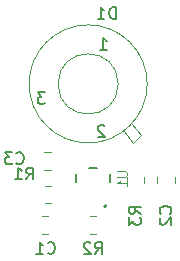
<source format=gbr>
%TF.GenerationSoftware,KiCad,Pcbnew,(5.1.8-0-10_14)*%
%TF.CreationDate,2021-03-11T09:36:11+11:00*%
%TF.ProjectId,Sensor,53656e73-6f72-42e6-9b69-6361645f7063,rev?*%
%TF.SameCoordinates,Original*%
%TF.FileFunction,Legend,Bot*%
%TF.FilePolarity,Positive*%
%FSLAX46Y46*%
G04 Gerber Fmt 4.6, Leading zero omitted, Abs format (unit mm)*
G04 Created by KiCad (PCBNEW (5.1.8-0-10_14)) date 2021-03-11 09:36:11*
%MOMM*%
%LPD*%
G01*
G04 APERTURE LIST*
%ADD10C,0.120000*%
%ADD11C,0.127000*%
%ADD12C,0.200000*%
%ADD13C,0.150000*%
%ADD14C,0.015000*%
G04 APERTURE END LIST*
D10*
%TO.C,D1*%
X215600000Y-83660000D02*
G75*
G03*
X215600000Y-83660000I-5000000J0D01*
G01*
X213150000Y-83660000D02*
G75*
G03*
X213150000Y-83660000I-2550000J0D01*
G01*
X213625000Y-87625000D02*
X214425000Y-88625000D01*
X214425000Y-88625000D02*
X215100000Y-88025000D01*
X215100000Y-88025000D02*
X214275000Y-87025000D01*
D11*
%TO.C,U1*%
X209550000Y-91270000D02*
X209550000Y-91930000D01*
X211335000Y-90800000D02*
X210665000Y-90800000D01*
X212450000Y-91930000D02*
X212450000Y-91270000D01*
D12*
X212150000Y-94010000D02*
G75*
G03*
X212150000Y-94010000I-100000J0D01*
G01*
D10*
%TO.C,R3*%
X213865000Y-92027064D02*
X213865000Y-91572936D01*
X215335000Y-92027064D02*
X215335000Y-91572936D01*
%TO.C,R2*%
X210772936Y-94865000D02*
X211227064Y-94865000D01*
X210772936Y-96335000D02*
X211227064Y-96335000D01*
%TO.C,R1*%
X207427064Y-93735000D02*
X206972936Y-93735000D01*
X207427064Y-92265000D02*
X206972936Y-92265000D01*
%TO.C,C3*%
X206901248Y-89465000D02*
X207423752Y-89465000D01*
X206901248Y-90935000D02*
X207423752Y-90935000D01*
%TO.C,C2*%
X216465000Y-92061252D02*
X216465000Y-91538748D01*
X217935000Y-92061252D02*
X217935000Y-91538748D01*
%TO.C,C1*%
X207223752Y-96335000D02*
X206701248Y-96335000D01*
X207223752Y-94865000D02*
X206701248Y-94865000D01*
%TO.C,D1*%
D13*
X212938095Y-78152380D02*
X212938095Y-77152380D01*
X212700000Y-77152380D01*
X212557142Y-77200000D01*
X212461904Y-77295238D01*
X212414285Y-77390476D01*
X212366666Y-77580952D01*
X212366666Y-77723809D01*
X212414285Y-77914285D01*
X212461904Y-78009523D01*
X212557142Y-78104761D01*
X212700000Y-78152380D01*
X212938095Y-78152380D01*
X211414285Y-78152380D02*
X211985714Y-78152380D01*
X211700000Y-78152380D02*
X211700000Y-77152380D01*
X211795238Y-77295238D01*
X211890476Y-77390476D01*
X211985714Y-77438095D01*
X206933333Y-84352380D02*
X206314285Y-84352380D01*
X206647619Y-84733333D01*
X206504761Y-84733333D01*
X206409523Y-84780952D01*
X206361904Y-84828571D01*
X206314285Y-84923809D01*
X206314285Y-85161904D01*
X206361904Y-85257142D01*
X206409523Y-85304761D01*
X206504761Y-85352380D01*
X206790476Y-85352380D01*
X206885714Y-85304761D01*
X206933333Y-85257142D01*
X211985714Y-87247619D02*
X211938095Y-87200000D01*
X211842857Y-87152380D01*
X211604761Y-87152380D01*
X211509523Y-87200000D01*
X211461904Y-87247619D01*
X211414285Y-87342857D01*
X211414285Y-87438095D01*
X211461904Y-87580952D01*
X212033333Y-88152380D01*
X211414285Y-88152380D01*
X211614285Y-80752380D02*
X212185714Y-80752380D01*
X211900000Y-80752380D02*
X211900000Y-79752380D01*
X211995238Y-79895238D01*
X212090476Y-79990476D01*
X212185714Y-80038095D01*
%TO.C,U1*%
D14*
X213069904Y-91050476D02*
X213717523Y-91050476D01*
X213793714Y-91088571D01*
X213831809Y-91126666D01*
X213869904Y-91202857D01*
X213869904Y-91355238D01*
X213831809Y-91431428D01*
X213793714Y-91469523D01*
X213717523Y-91507619D01*
X213069904Y-91507619D01*
X213869904Y-92307619D02*
X213869904Y-91850476D01*
X213869904Y-92079047D02*
X213069904Y-92079047D01*
X213184190Y-92002857D01*
X213260380Y-91926666D01*
X213298476Y-91850476D01*
%TO.C,R3*%
D13*
X215052380Y-94633333D02*
X214576190Y-94300000D01*
X215052380Y-94061904D02*
X214052380Y-94061904D01*
X214052380Y-94442857D01*
X214100000Y-94538095D01*
X214147619Y-94585714D01*
X214242857Y-94633333D01*
X214385714Y-94633333D01*
X214480952Y-94585714D01*
X214528571Y-94538095D01*
X214576190Y-94442857D01*
X214576190Y-94061904D01*
X214052380Y-94966666D02*
X214052380Y-95585714D01*
X214433333Y-95252380D01*
X214433333Y-95395238D01*
X214480952Y-95490476D01*
X214528571Y-95538095D01*
X214623809Y-95585714D01*
X214861904Y-95585714D01*
X214957142Y-95538095D01*
X215004761Y-95490476D01*
X215052380Y-95395238D01*
X215052380Y-95109523D01*
X215004761Y-95014285D01*
X214957142Y-94966666D01*
%TO.C,R2*%
X211166666Y-98052380D02*
X211500000Y-97576190D01*
X211738095Y-98052380D02*
X211738095Y-97052380D01*
X211357142Y-97052380D01*
X211261904Y-97100000D01*
X211214285Y-97147619D01*
X211166666Y-97242857D01*
X211166666Y-97385714D01*
X211214285Y-97480952D01*
X211261904Y-97528571D01*
X211357142Y-97576190D01*
X211738095Y-97576190D01*
X210785714Y-97147619D02*
X210738095Y-97100000D01*
X210642857Y-97052380D01*
X210404761Y-97052380D01*
X210309523Y-97100000D01*
X210261904Y-97147619D01*
X210214285Y-97242857D01*
X210214285Y-97338095D01*
X210261904Y-97480952D01*
X210833333Y-98052380D01*
X210214285Y-98052380D01*
%TO.C,R1*%
X205366666Y-91752380D02*
X205700000Y-91276190D01*
X205938095Y-91752380D02*
X205938095Y-90752380D01*
X205557142Y-90752380D01*
X205461904Y-90800000D01*
X205414285Y-90847619D01*
X205366666Y-90942857D01*
X205366666Y-91085714D01*
X205414285Y-91180952D01*
X205461904Y-91228571D01*
X205557142Y-91276190D01*
X205938095Y-91276190D01*
X204414285Y-91752380D02*
X204985714Y-91752380D01*
X204700000Y-91752380D02*
X204700000Y-90752380D01*
X204795238Y-90895238D01*
X204890476Y-90990476D01*
X204985714Y-91038095D01*
%TO.C,C3*%
X204529166Y-90357142D02*
X204576785Y-90404761D01*
X204719642Y-90452380D01*
X204814880Y-90452380D01*
X204957738Y-90404761D01*
X205052976Y-90309523D01*
X205100595Y-90214285D01*
X205148214Y-90023809D01*
X205148214Y-89880952D01*
X205100595Y-89690476D01*
X205052976Y-89595238D01*
X204957738Y-89500000D01*
X204814880Y-89452380D01*
X204719642Y-89452380D01*
X204576785Y-89500000D01*
X204529166Y-89547619D01*
X204195833Y-89452380D02*
X203576785Y-89452380D01*
X203910119Y-89833333D01*
X203767261Y-89833333D01*
X203672023Y-89880952D01*
X203624404Y-89928571D01*
X203576785Y-90023809D01*
X203576785Y-90261904D01*
X203624404Y-90357142D01*
X203672023Y-90404761D01*
X203767261Y-90452380D01*
X204052976Y-90452380D01*
X204148214Y-90404761D01*
X204195833Y-90357142D01*
%TO.C,C2*%
X217557142Y-94633333D02*
X217604761Y-94585714D01*
X217652380Y-94442857D01*
X217652380Y-94347619D01*
X217604761Y-94204761D01*
X217509523Y-94109523D01*
X217414285Y-94061904D01*
X217223809Y-94014285D01*
X217080952Y-94014285D01*
X216890476Y-94061904D01*
X216795238Y-94109523D01*
X216700000Y-94204761D01*
X216652380Y-94347619D01*
X216652380Y-94442857D01*
X216700000Y-94585714D01*
X216747619Y-94633333D01*
X216747619Y-95014285D02*
X216700000Y-95061904D01*
X216652380Y-95157142D01*
X216652380Y-95395238D01*
X216700000Y-95490476D01*
X216747619Y-95538095D01*
X216842857Y-95585714D01*
X216938095Y-95585714D01*
X217080952Y-95538095D01*
X217652380Y-94966666D01*
X217652380Y-95585714D01*
%TO.C,C1*%
X207166666Y-97957142D02*
X207214285Y-98004761D01*
X207357142Y-98052380D01*
X207452380Y-98052380D01*
X207595238Y-98004761D01*
X207690476Y-97909523D01*
X207738095Y-97814285D01*
X207785714Y-97623809D01*
X207785714Y-97480952D01*
X207738095Y-97290476D01*
X207690476Y-97195238D01*
X207595238Y-97100000D01*
X207452380Y-97052380D01*
X207357142Y-97052380D01*
X207214285Y-97100000D01*
X207166666Y-97147619D01*
X206214285Y-98052380D02*
X206785714Y-98052380D01*
X206500000Y-98052380D02*
X206500000Y-97052380D01*
X206595238Y-97195238D01*
X206690476Y-97290476D01*
X206785714Y-97338095D01*
%TD*%
M02*

</source>
